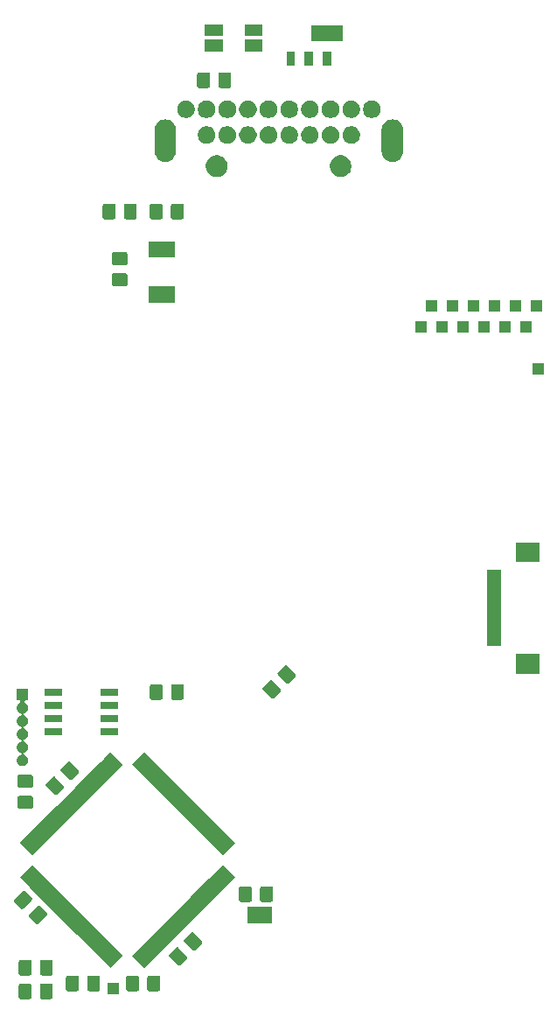
<source format=gts>
G04 #@! TF.GenerationSoftware,KiCad,Pcbnew,(5.0.1)-4*
G04 #@! TF.CreationDate,2019-03-10T19:06:40+01:00*
G04 #@! TF.ProjectId,wiihdmi_wmi,77696968646D695F776D692E6B696361,rev?*
G04 #@! TF.SameCoordinates,Original*
G04 #@! TF.FileFunction,Soldermask,Top*
G04 #@! TF.FilePolarity,Negative*
%FSLAX46Y46*%
G04 Gerber Fmt 4.6, Leading zero omitted, Abs format (unit mm)*
G04 Created by KiCad (PCBNEW (5.0.1)-4) date 10.03.2019 19:06:40*
%MOMM*%
%LPD*%
G01*
G04 APERTURE LIST*
%ADD10C,0.100000*%
G04 APERTURE END LIST*
D10*
G36*
X58384677Y-166131465D02*
X58422364Y-166142898D01*
X58457103Y-166161466D01*
X58487548Y-166186452D01*
X58512534Y-166216897D01*
X58531102Y-166251636D01*
X58542535Y-166289323D01*
X58547000Y-166334661D01*
X58547000Y-167421339D01*
X58542535Y-167466677D01*
X58531102Y-167504364D01*
X58512534Y-167539103D01*
X58487548Y-167569548D01*
X58457103Y-167594534D01*
X58422364Y-167613102D01*
X58384677Y-167624535D01*
X58339339Y-167629000D01*
X57502661Y-167629000D01*
X57457323Y-167624535D01*
X57419636Y-167613102D01*
X57384897Y-167594534D01*
X57354452Y-167569548D01*
X57329466Y-167539103D01*
X57310898Y-167504364D01*
X57299465Y-167466677D01*
X57295000Y-167421339D01*
X57295000Y-166334661D01*
X57299465Y-166289323D01*
X57310898Y-166251636D01*
X57329466Y-166216897D01*
X57354452Y-166186452D01*
X57384897Y-166161466D01*
X57419636Y-166142898D01*
X57457323Y-166131465D01*
X57502661Y-166127000D01*
X58339339Y-166127000D01*
X58384677Y-166131465D01*
X58384677Y-166131465D01*
G37*
G36*
X56334677Y-166131465D02*
X56372364Y-166142898D01*
X56407103Y-166161466D01*
X56437548Y-166186452D01*
X56462534Y-166216897D01*
X56481102Y-166251636D01*
X56492535Y-166289323D01*
X56497000Y-166334661D01*
X56497000Y-167421339D01*
X56492535Y-167466677D01*
X56481102Y-167504364D01*
X56462534Y-167539103D01*
X56437548Y-167569548D01*
X56407103Y-167594534D01*
X56372364Y-167613102D01*
X56334677Y-167624535D01*
X56289339Y-167629000D01*
X55452661Y-167629000D01*
X55407323Y-167624535D01*
X55369636Y-167613102D01*
X55334897Y-167594534D01*
X55304452Y-167569548D01*
X55279466Y-167539103D01*
X55260898Y-167504364D01*
X55249465Y-167466677D01*
X55245000Y-167421339D01*
X55245000Y-166334661D01*
X55249465Y-166289323D01*
X55260898Y-166251636D01*
X55279466Y-166216897D01*
X55304452Y-166186452D01*
X55334897Y-166161466D01*
X55369636Y-166142898D01*
X55407323Y-166131465D01*
X55452661Y-166127000D01*
X56289339Y-166127000D01*
X56334677Y-166131465D01*
X56334677Y-166131465D01*
G37*
G36*
X64940000Y-167175000D02*
X63838000Y-167175000D01*
X63838000Y-166073000D01*
X64940000Y-166073000D01*
X64940000Y-167175000D01*
X64940000Y-167175000D01*
G37*
G36*
X68789677Y-165369465D02*
X68827364Y-165380898D01*
X68862103Y-165399466D01*
X68892548Y-165424452D01*
X68917534Y-165454897D01*
X68936102Y-165489636D01*
X68947535Y-165527323D01*
X68952000Y-165572661D01*
X68952000Y-166659339D01*
X68947535Y-166704677D01*
X68936102Y-166742364D01*
X68917534Y-166777103D01*
X68892548Y-166807548D01*
X68862103Y-166832534D01*
X68827364Y-166851102D01*
X68789677Y-166862535D01*
X68744339Y-166867000D01*
X67907661Y-166867000D01*
X67862323Y-166862535D01*
X67824636Y-166851102D01*
X67789897Y-166832534D01*
X67759452Y-166807548D01*
X67734466Y-166777103D01*
X67715898Y-166742364D01*
X67704465Y-166704677D01*
X67700000Y-166659339D01*
X67700000Y-165572661D01*
X67704465Y-165527323D01*
X67715898Y-165489636D01*
X67734466Y-165454897D01*
X67759452Y-165424452D01*
X67789897Y-165399466D01*
X67824636Y-165380898D01*
X67862323Y-165369465D01*
X67907661Y-165365000D01*
X68744339Y-165365000D01*
X68789677Y-165369465D01*
X68789677Y-165369465D01*
G37*
G36*
X66739677Y-165369465D02*
X66777364Y-165380898D01*
X66812103Y-165399466D01*
X66842548Y-165424452D01*
X66867534Y-165454897D01*
X66886102Y-165489636D01*
X66897535Y-165527323D01*
X66902000Y-165572661D01*
X66902000Y-166659339D01*
X66897535Y-166704677D01*
X66886102Y-166742364D01*
X66867534Y-166777103D01*
X66842548Y-166807548D01*
X66812103Y-166832534D01*
X66777364Y-166851102D01*
X66739677Y-166862535D01*
X66694339Y-166867000D01*
X65857661Y-166867000D01*
X65812323Y-166862535D01*
X65774636Y-166851102D01*
X65739897Y-166832534D01*
X65709452Y-166807548D01*
X65684466Y-166777103D01*
X65665898Y-166742364D01*
X65654465Y-166704677D01*
X65650000Y-166659339D01*
X65650000Y-165572661D01*
X65654465Y-165527323D01*
X65665898Y-165489636D01*
X65684466Y-165454897D01*
X65709452Y-165424452D01*
X65739897Y-165399466D01*
X65774636Y-165380898D01*
X65812323Y-165369465D01*
X65857661Y-165365000D01*
X66694339Y-165365000D01*
X66739677Y-165369465D01*
X66739677Y-165369465D01*
G37*
G36*
X62965677Y-165369465D02*
X63003364Y-165380898D01*
X63038103Y-165399466D01*
X63068548Y-165424452D01*
X63093534Y-165454897D01*
X63112102Y-165489636D01*
X63123535Y-165527323D01*
X63128000Y-165572661D01*
X63128000Y-166659339D01*
X63123535Y-166704677D01*
X63112102Y-166742364D01*
X63093534Y-166777103D01*
X63068548Y-166807548D01*
X63038103Y-166832534D01*
X63003364Y-166851102D01*
X62965677Y-166862535D01*
X62920339Y-166867000D01*
X62083661Y-166867000D01*
X62038323Y-166862535D01*
X62000636Y-166851102D01*
X61965897Y-166832534D01*
X61935452Y-166807548D01*
X61910466Y-166777103D01*
X61891898Y-166742364D01*
X61880465Y-166704677D01*
X61876000Y-166659339D01*
X61876000Y-165572661D01*
X61880465Y-165527323D01*
X61891898Y-165489636D01*
X61910466Y-165454897D01*
X61935452Y-165424452D01*
X61965897Y-165399466D01*
X62000636Y-165380898D01*
X62038323Y-165369465D01*
X62083661Y-165365000D01*
X62920339Y-165365000D01*
X62965677Y-165369465D01*
X62965677Y-165369465D01*
G37*
G36*
X60915677Y-165369465D02*
X60953364Y-165380898D01*
X60988103Y-165399466D01*
X61018548Y-165424452D01*
X61043534Y-165454897D01*
X61062102Y-165489636D01*
X61073535Y-165527323D01*
X61078000Y-165572661D01*
X61078000Y-166659339D01*
X61073535Y-166704677D01*
X61062102Y-166742364D01*
X61043534Y-166777103D01*
X61018548Y-166807548D01*
X60988103Y-166832534D01*
X60953364Y-166851102D01*
X60915677Y-166862535D01*
X60870339Y-166867000D01*
X60033661Y-166867000D01*
X59988323Y-166862535D01*
X59950636Y-166851102D01*
X59915897Y-166832534D01*
X59885452Y-166807548D01*
X59860466Y-166777103D01*
X59841898Y-166742364D01*
X59830465Y-166704677D01*
X59826000Y-166659339D01*
X59826000Y-165572661D01*
X59830465Y-165527323D01*
X59841898Y-165489636D01*
X59860466Y-165454897D01*
X59885452Y-165424452D01*
X59915897Y-165399466D01*
X59950636Y-165380898D01*
X59988323Y-165369465D01*
X60033661Y-165365000D01*
X60870339Y-165365000D01*
X60915677Y-165369465D01*
X60915677Y-165369465D01*
G37*
G36*
X58393677Y-163845465D02*
X58431364Y-163856898D01*
X58466103Y-163875466D01*
X58496548Y-163900452D01*
X58521534Y-163930897D01*
X58540102Y-163965636D01*
X58551535Y-164003323D01*
X58556000Y-164048661D01*
X58556000Y-165135339D01*
X58551535Y-165180677D01*
X58540102Y-165218364D01*
X58521534Y-165253103D01*
X58496548Y-165283548D01*
X58466103Y-165308534D01*
X58431364Y-165327102D01*
X58393677Y-165338535D01*
X58348339Y-165343000D01*
X57511661Y-165343000D01*
X57466323Y-165338535D01*
X57428636Y-165327102D01*
X57393897Y-165308534D01*
X57363452Y-165283548D01*
X57338466Y-165253103D01*
X57319898Y-165218364D01*
X57308465Y-165180677D01*
X57304000Y-165135339D01*
X57304000Y-164048661D01*
X57308465Y-164003323D01*
X57319898Y-163965636D01*
X57338466Y-163930897D01*
X57363452Y-163900452D01*
X57393897Y-163875466D01*
X57428636Y-163856898D01*
X57466323Y-163845465D01*
X57511661Y-163841000D01*
X58348339Y-163841000D01*
X58393677Y-163845465D01*
X58393677Y-163845465D01*
G37*
G36*
X56343677Y-163845465D02*
X56381364Y-163856898D01*
X56416103Y-163875466D01*
X56446548Y-163900452D01*
X56471534Y-163930897D01*
X56490102Y-163965636D01*
X56501535Y-164003323D01*
X56506000Y-164048661D01*
X56506000Y-165135339D01*
X56501535Y-165180677D01*
X56490102Y-165218364D01*
X56471534Y-165253103D01*
X56446548Y-165283548D01*
X56416103Y-165308534D01*
X56381364Y-165327102D01*
X56343677Y-165338535D01*
X56298339Y-165343000D01*
X55461661Y-165343000D01*
X55416323Y-165338535D01*
X55378636Y-165327102D01*
X55343897Y-165308534D01*
X55313452Y-165283548D01*
X55288466Y-165253103D01*
X55269898Y-165218364D01*
X55258465Y-165180677D01*
X55254000Y-165135339D01*
X55254000Y-164048661D01*
X55258465Y-164003323D01*
X55269898Y-163965636D01*
X55288466Y-163930897D01*
X55313452Y-163900452D01*
X55343897Y-163875466D01*
X55378636Y-163856898D01*
X55416323Y-163845465D01*
X55461661Y-163841000D01*
X56298339Y-163841000D01*
X56343677Y-163845465D01*
X56343677Y-163845465D01*
G37*
G36*
X57638874Y-155716694D02*
X57638879Y-155716700D01*
X59653002Y-157730823D01*
X59653008Y-157730828D01*
X62233173Y-160310993D01*
X62233178Y-160310999D01*
X64247301Y-162325122D01*
X64247307Y-162325127D01*
X65327393Y-163405213D01*
X64125551Y-164607055D01*
X63152473Y-163633977D01*
X63152467Y-163633972D01*
X60924328Y-161405833D01*
X60924323Y-161405827D01*
X58558174Y-159039678D01*
X58558168Y-159039673D01*
X56330029Y-156811534D01*
X56330024Y-156811528D01*
X55356945Y-155838449D01*
X56558787Y-154636607D01*
X57638874Y-155716694D01*
X57638874Y-155716694D01*
G37*
G36*
X76215055Y-155838449D02*
X73013826Y-159039678D01*
X72678629Y-159374874D01*
X70894485Y-161159018D01*
X70647677Y-161405827D01*
X68419527Y-163633977D01*
X68084330Y-163969173D01*
X67800271Y-164253232D01*
X67446449Y-164607055D01*
X66244607Y-163405213D01*
X67324689Y-162325131D01*
X67324700Y-162325122D01*
X67678522Y-161971299D01*
X69092014Y-160557807D01*
X69338823Y-160310999D01*
X69338832Y-160310988D01*
X71918988Y-157730832D01*
X71918999Y-157730823D01*
X72272821Y-157377000D01*
X73686313Y-155963508D01*
X73933122Y-155716700D01*
X73933131Y-155716689D01*
X75013213Y-154636607D01*
X76215055Y-155838449D01*
X76215055Y-155838449D01*
G37*
G36*
X70637242Y-162615820D02*
X70674929Y-162627253D01*
X70709668Y-162645821D01*
X70744884Y-162674722D01*
X71513278Y-163443116D01*
X71542179Y-163478332D01*
X71560747Y-163513071D01*
X71572180Y-163550758D01*
X71576040Y-163589956D01*
X71572180Y-163629154D01*
X71560747Y-163666841D01*
X71542179Y-163701580D01*
X71513278Y-163736796D01*
X70921660Y-164328414D01*
X70886444Y-164357315D01*
X70851705Y-164375883D01*
X70814018Y-164387316D01*
X70774820Y-164391176D01*
X70735622Y-164387316D01*
X70697935Y-164375883D01*
X70663196Y-164357315D01*
X70627980Y-164328414D01*
X69859586Y-163560020D01*
X69830685Y-163524804D01*
X69812117Y-163490065D01*
X69800684Y-163452378D01*
X69796824Y-163413180D01*
X69800684Y-163373982D01*
X69812117Y-163336295D01*
X69830685Y-163301556D01*
X69859586Y-163266340D01*
X70451204Y-162674722D01*
X70486420Y-162645821D01*
X70521159Y-162627253D01*
X70558846Y-162615820D01*
X70598044Y-162611960D01*
X70637242Y-162615820D01*
X70637242Y-162615820D01*
G37*
G36*
X72086810Y-161166252D02*
X72124497Y-161177685D01*
X72159236Y-161196253D01*
X72194452Y-161225154D01*
X72962846Y-161993548D01*
X72991747Y-162028764D01*
X73010315Y-162063503D01*
X73021748Y-162101190D01*
X73025608Y-162140388D01*
X73021748Y-162179586D01*
X73010315Y-162217273D01*
X72991747Y-162252012D01*
X72962846Y-162287228D01*
X72371228Y-162878846D01*
X72336012Y-162907747D01*
X72301273Y-162926315D01*
X72263586Y-162937748D01*
X72224388Y-162941608D01*
X72185190Y-162937748D01*
X72147503Y-162926315D01*
X72112764Y-162907747D01*
X72077548Y-162878846D01*
X71309154Y-162110452D01*
X71280253Y-162075236D01*
X71261685Y-162040497D01*
X71250252Y-162002810D01*
X71246392Y-161963612D01*
X71250252Y-161924414D01*
X71261685Y-161886727D01*
X71280253Y-161851988D01*
X71309154Y-161816772D01*
X71900772Y-161225154D01*
X71935988Y-161196253D01*
X71970727Y-161177685D01*
X72008414Y-161166252D01*
X72047612Y-161162392D01*
X72086810Y-161166252D01*
X72086810Y-161166252D01*
G37*
G36*
X57240370Y-158589036D02*
X57278057Y-158600469D01*
X57312796Y-158619037D01*
X57348012Y-158647938D01*
X57939630Y-159239556D01*
X57968531Y-159274772D01*
X57987099Y-159309511D01*
X57998532Y-159347198D01*
X58002392Y-159386396D01*
X57998532Y-159425594D01*
X57987099Y-159463281D01*
X57968531Y-159498020D01*
X57939630Y-159533236D01*
X57171236Y-160301630D01*
X57136020Y-160330531D01*
X57101281Y-160349099D01*
X57063594Y-160360532D01*
X57024396Y-160364392D01*
X56985198Y-160360532D01*
X56947511Y-160349099D01*
X56912772Y-160330531D01*
X56877556Y-160301630D01*
X56285938Y-159710012D01*
X56257037Y-159674796D01*
X56238469Y-159640057D01*
X56227036Y-159602370D01*
X56223176Y-159563172D01*
X56227036Y-159523974D01*
X56238469Y-159486287D01*
X56257037Y-159451548D01*
X56285938Y-159416332D01*
X57054332Y-158647938D01*
X57089548Y-158619037D01*
X57124287Y-158600469D01*
X57161974Y-158589036D01*
X57201172Y-158585176D01*
X57240370Y-158589036D01*
X57240370Y-158589036D01*
G37*
G36*
X79799000Y-160313000D02*
X77397000Y-160313000D01*
X77397000Y-158711000D01*
X79799000Y-158711000D01*
X79799000Y-160313000D01*
X79799000Y-160313000D01*
G37*
G36*
X55790802Y-157139468D02*
X55828489Y-157150901D01*
X55863228Y-157169469D01*
X55898444Y-157198370D01*
X56490062Y-157789988D01*
X56518963Y-157825204D01*
X56537531Y-157859943D01*
X56548964Y-157897630D01*
X56552824Y-157936828D01*
X56548964Y-157976026D01*
X56537531Y-158013713D01*
X56518963Y-158048452D01*
X56490062Y-158083668D01*
X55721668Y-158852062D01*
X55686452Y-158880963D01*
X55651713Y-158899531D01*
X55614026Y-158910964D01*
X55574828Y-158914824D01*
X55535630Y-158910964D01*
X55497943Y-158899531D01*
X55463204Y-158880963D01*
X55427988Y-158852062D01*
X54836370Y-158260444D01*
X54807469Y-158225228D01*
X54788901Y-158190489D01*
X54777468Y-158152802D01*
X54773608Y-158113604D01*
X54777468Y-158074406D01*
X54788901Y-158036719D01*
X54807469Y-158001980D01*
X54836370Y-157966764D01*
X55604764Y-157198370D01*
X55639980Y-157169469D01*
X55674719Y-157150901D01*
X55712406Y-157139468D01*
X55751604Y-157135608D01*
X55790802Y-157139468D01*
X55790802Y-157139468D01*
G37*
G36*
X79711677Y-156733465D02*
X79749364Y-156744898D01*
X79784103Y-156763466D01*
X79814548Y-156788452D01*
X79839534Y-156818897D01*
X79858102Y-156853636D01*
X79869535Y-156891323D01*
X79874000Y-156936661D01*
X79874000Y-158023339D01*
X79869535Y-158068677D01*
X79858102Y-158106364D01*
X79839534Y-158141103D01*
X79814548Y-158171548D01*
X79784103Y-158196534D01*
X79749364Y-158215102D01*
X79711677Y-158226535D01*
X79666339Y-158231000D01*
X78829661Y-158231000D01*
X78784323Y-158226535D01*
X78746636Y-158215102D01*
X78711897Y-158196534D01*
X78681452Y-158171548D01*
X78656466Y-158141103D01*
X78637898Y-158106364D01*
X78626465Y-158068677D01*
X78622000Y-158023339D01*
X78622000Y-156936661D01*
X78626465Y-156891323D01*
X78637898Y-156853636D01*
X78656466Y-156818897D01*
X78681452Y-156788452D01*
X78711897Y-156763466D01*
X78746636Y-156744898D01*
X78784323Y-156733465D01*
X78829661Y-156729000D01*
X79666339Y-156729000D01*
X79711677Y-156733465D01*
X79711677Y-156733465D01*
G37*
G36*
X77661677Y-156733465D02*
X77699364Y-156744898D01*
X77734103Y-156763466D01*
X77764548Y-156788452D01*
X77789534Y-156818897D01*
X77808102Y-156853636D01*
X77819535Y-156891323D01*
X77824000Y-156936661D01*
X77824000Y-158023339D01*
X77819535Y-158068677D01*
X77808102Y-158106364D01*
X77789534Y-158141103D01*
X77764548Y-158171548D01*
X77734103Y-158196534D01*
X77699364Y-158215102D01*
X77661677Y-158226535D01*
X77616339Y-158231000D01*
X76779661Y-158231000D01*
X76734323Y-158226535D01*
X76696636Y-158215102D01*
X76661897Y-158196534D01*
X76631452Y-158171548D01*
X76606466Y-158141103D01*
X76587898Y-158106364D01*
X76576465Y-158068677D01*
X76572000Y-158023339D01*
X76572000Y-156936661D01*
X76576465Y-156891323D01*
X76587898Y-156853636D01*
X76606466Y-156818897D01*
X76631452Y-156788452D01*
X76661897Y-156763466D01*
X76696636Y-156744898D01*
X76734323Y-156733465D01*
X76779661Y-156729000D01*
X77616339Y-156729000D01*
X77661677Y-156733465D01*
X77661677Y-156733465D01*
G37*
G36*
X68419528Y-144722024D02*
X68419534Y-144722029D01*
X70647673Y-146950168D01*
X70647678Y-146950174D01*
X73013827Y-149316323D01*
X73013833Y-149316328D01*
X75241972Y-151544467D01*
X75241977Y-151544473D01*
X76215055Y-152517551D01*
X75013213Y-153719393D01*
X73933127Y-152639307D01*
X73933122Y-152639301D01*
X71918999Y-150625178D01*
X71918993Y-150625173D01*
X69338828Y-148045008D01*
X69338823Y-148045002D01*
X67324700Y-146030879D01*
X67324694Y-146030874D01*
X66244607Y-144950787D01*
X67446449Y-143748945D01*
X68419528Y-144722024D01*
X68419528Y-144722024D01*
G37*
G36*
X65327393Y-144950787D02*
X64247301Y-146030879D01*
X63893478Y-146384701D01*
X62479986Y-147798193D01*
X62233178Y-148045002D01*
X59653002Y-150625178D01*
X59299179Y-150979000D01*
X57885687Y-152392492D01*
X57638879Y-152639301D01*
X56558787Y-153719393D01*
X55356945Y-152517551D01*
X56083215Y-151791281D01*
X56330024Y-151544473D01*
X56330033Y-151544462D01*
X58558163Y-149316332D01*
X58558174Y-149316323D01*
X58911996Y-148962500D01*
X60677514Y-147196982D01*
X60924323Y-146950174D01*
X60924332Y-146950163D01*
X63152462Y-144722033D01*
X63152473Y-144722024D01*
X63506295Y-144368201D01*
X64125551Y-143748945D01*
X65327393Y-144950787D01*
X65327393Y-144950787D01*
G37*
G36*
X56468677Y-147977465D02*
X56506364Y-147988898D01*
X56541103Y-148007466D01*
X56571548Y-148032452D01*
X56596534Y-148062897D01*
X56615102Y-148097636D01*
X56626535Y-148135323D01*
X56631000Y-148180661D01*
X56631000Y-149017339D01*
X56626535Y-149062677D01*
X56615102Y-149100364D01*
X56596534Y-149135103D01*
X56571548Y-149165548D01*
X56541103Y-149190534D01*
X56506364Y-149209102D01*
X56468677Y-149220535D01*
X56423339Y-149225000D01*
X55336661Y-149225000D01*
X55291323Y-149220535D01*
X55253636Y-149209102D01*
X55218897Y-149190534D01*
X55188452Y-149165548D01*
X55163466Y-149135103D01*
X55144898Y-149100364D01*
X55133465Y-149062677D01*
X55129000Y-149017339D01*
X55129000Y-148180661D01*
X55133465Y-148135323D01*
X55144898Y-148097636D01*
X55163466Y-148062897D01*
X55188452Y-148032452D01*
X55218897Y-148007466D01*
X55253636Y-147988898D01*
X55291323Y-147977465D01*
X55336661Y-147973000D01*
X56423339Y-147973000D01*
X56468677Y-147977465D01*
X56468677Y-147977465D01*
G37*
G36*
X58699242Y-146105820D02*
X58736929Y-146117253D01*
X58771668Y-146135821D01*
X58806884Y-146164722D01*
X59575278Y-146933116D01*
X59604179Y-146968332D01*
X59622747Y-147003071D01*
X59634180Y-147040758D01*
X59638040Y-147079956D01*
X59634180Y-147119154D01*
X59622747Y-147156841D01*
X59604179Y-147191580D01*
X59575278Y-147226796D01*
X58983660Y-147818414D01*
X58948444Y-147847315D01*
X58913705Y-147865883D01*
X58876018Y-147877316D01*
X58836820Y-147881176D01*
X58797622Y-147877316D01*
X58759935Y-147865883D01*
X58725196Y-147847315D01*
X58689980Y-147818414D01*
X57921586Y-147050020D01*
X57892685Y-147014804D01*
X57874117Y-146980065D01*
X57862684Y-146942378D01*
X57858824Y-146903180D01*
X57862684Y-146863982D01*
X57874117Y-146826295D01*
X57892685Y-146791556D01*
X57921586Y-146756340D01*
X58513204Y-146164722D01*
X58548420Y-146135821D01*
X58583159Y-146117253D01*
X58620846Y-146105820D01*
X58660044Y-146101960D01*
X58699242Y-146105820D01*
X58699242Y-146105820D01*
G37*
G36*
X56468677Y-145927465D02*
X56506364Y-145938898D01*
X56541103Y-145957466D01*
X56571548Y-145982452D01*
X56596534Y-146012897D01*
X56615102Y-146047636D01*
X56626535Y-146085323D01*
X56631000Y-146130661D01*
X56631000Y-146967339D01*
X56626535Y-147012677D01*
X56615102Y-147050364D01*
X56596534Y-147085103D01*
X56571548Y-147115548D01*
X56541103Y-147140534D01*
X56506364Y-147159102D01*
X56468677Y-147170535D01*
X56423339Y-147175000D01*
X55336661Y-147175000D01*
X55291323Y-147170535D01*
X55253636Y-147159102D01*
X55218897Y-147140534D01*
X55188452Y-147115548D01*
X55163466Y-147085103D01*
X55144898Y-147050364D01*
X55133465Y-147012677D01*
X55129000Y-146967339D01*
X55129000Y-146130661D01*
X55133465Y-146085323D01*
X55144898Y-146047636D01*
X55163466Y-146012897D01*
X55188452Y-145982452D01*
X55218897Y-145957466D01*
X55253636Y-145938898D01*
X55291323Y-145927465D01*
X55336661Y-145923000D01*
X56423339Y-145923000D01*
X56468677Y-145927465D01*
X56468677Y-145927465D01*
G37*
G36*
X60148810Y-144656252D02*
X60186497Y-144667685D01*
X60221236Y-144686253D01*
X60256452Y-144715154D01*
X61024846Y-145483548D01*
X61053747Y-145518764D01*
X61072315Y-145553503D01*
X61083748Y-145591190D01*
X61087608Y-145630388D01*
X61083748Y-145669586D01*
X61072315Y-145707273D01*
X61053747Y-145742012D01*
X61024846Y-145777228D01*
X60433228Y-146368846D01*
X60398012Y-146397747D01*
X60363273Y-146416315D01*
X60325586Y-146427748D01*
X60286388Y-146431608D01*
X60247190Y-146427748D01*
X60209503Y-146416315D01*
X60174764Y-146397747D01*
X60139548Y-146368846D01*
X59371154Y-145600452D01*
X59342253Y-145565236D01*
X59323685Y-145530497D01*
X59312252Y-145492810D01*
X59308392Y-145453612D01*
X59312252Y-145414414D01*
X59323685Y-145376727D01*
X59342253Y-145341988D01*
X59371154Y-145306772D01*
X59962772Y-144715154D01*
X59997988Y-144686253D01*
X60032727Y-144667685D01*
X60070414Y-144656252D01*
X60109612Y-144652392D01*
X60148810Y-144656252D01*
X60148810Y-144656252D01*
G37*
G36*
X56177000Y-138727000D02*
X55948738Y-138727000D01*
X55924352Y-138729402D01*
X55900903Y-138736515D01*
X55879292Y-138748066D01*
X55860350Y-138763612D01*
X55844804Y-138782554D01*
X55833253Y-138804165D01*
X55826140Y-138827614D01*
X55823738Y-138852000D01*
X55826140Y-138876386D01*
X55833253Y-138899835D01*
X55844804Y-138921446D01*
X55860350Y-138940388D01*
X55889808Y-138962236D01*
X55933600Y-138985644D01*
X56017501Y-139054499D01*
X56086356Y-139138400D01*
X56137521Y-139234121D01*
X56169027Y-139337985D01*
X56179666Y-139446000D01*
X56169027Y-139554015D01*
X56137521Y-139657879D01*
X56086356Y-139753600D01*
X56017501Y-139837501D01*
X55933600Y-139906356D01*
X55837879Y-139957521D01*
X55825142Y-139961385D01*
X55802507Y-139970760D01*
X55782133Y-139984374D01*
X55764806Y-140001701D01*
X55751192Y-140022076D01*
X55741814Y-140044715D01*
X55737034Y-140068748D01*
X55737034Y-140093252D01*
X55741815Y-140117286D01*
X55751192Y-140139925D01*
X55764806Y-140160299D01*
X55782133Y-140177626D01*
X55802508Y-140191240D01*
X55825142Y-140200615D01*
X55837879Y-140204479D01*
X55933600Y-140255644D01*
X56017501Y-140324499D01*
X56086356Y-140408400D01*
X56137521Y-140504121D01*
X56169027Y-140607985D01*
X56179666Y-140716000D01*
X56169027Y-140824015D01*
X56137521Y-140927879D01*
X56086356Y-141023600D01*
X56017501Y-141107501D01*
X55933600Y-141176356D01*
X55837879Y-141227521D01*
X55825142Y-141231385D01*
X55802507Y-141240760D01*
X55782133Y-141254374D01*
X55764806Y-141271701D01*
X55751192Y-141292076D01*
X55741814Y-141314715D01*
X55737034Y-141338748D01*
X55737034Y-141363252D01*
X55741815Y-141387286D01*
X55751192Y-141409925D01*
X55764806Y-141430299D01*
X55782133Y-141447626D01*
X55802508Y-141461240D01*
X55825142Y-141470615D01*
X55837879Y-141474479D01*
X55933600Y-141525644D01*
X56017501Y-141594499D01*
X56086356Y-141678400D01*
X56137521Y-141774121D01*
X56169027Y-141877985D01*
X56179666Y-141986000D01*
X56169027Y-142094015D01*
X56137521Y-142197879D01*
X56086356Y-142293600D01*
X56017501Y-142377501D01*
X55933600Y-142446356D01*
X55837879Y-142497521D01*
X55825142Y-142501385D01*
X55802507Y-142510760D01*
X55782133Y-142524374D01*
X55764806Y-142541701D01*
X55751192Y-142562076D01*
X55741814Y-142584715D01*
X55737034Y-142608748D01*
X55737034Y-142633252D01*
X55741815Y-142657286D01*
X55751192Y-142679925D01*
X55764806Y-142700299D01*
X55782133Y-142717626D01*
X55802508Y-142731240D01*
X55825142Y-142740615D01*
X55837879Y-142744479D01*
X55933600Y-142795644D01*
X56017501Y-142864499D01*
X56086356Y-142948400D01*
X56137521Y-143044121D01*
X56169027Y-143147985D01*
X56179666Y-143256000D01*
X56169027Y-143364015D01*
X56137521Y-143467879D01*
X56086356Y-143563600D01*
X56017501Y-143647501D01*
X55933600Y-143716356D01*
X55837879Y-143767521D01*
X55825142Y-143771385D01*
X55802507Y-143780760D01*
X55782133Y-143794374D01*
X55764806Y-143811701D01*
X55751192Y-143832076D01*
X55741814Y-143854715D01*
X55737034Y-143878748D01*
X55737034Y-143903252D01*
X55741815Y-143927286D01*
X55751192Y-143949925D01*
X55764806Y-143970299D01*
X55782133Y-143987626D01*
X55802508Y-144001240D01*
X55825142Y-144010615D01*
X55837879Y-144014479D01*
X55933600Y-144065644D01*
X56017501Y-144134499D01*
X56086356Y-144218400D01*
X56137521Y-144314121D01*
X56169027Y-144417985D01*
X56179666Y-144526000D01*
X56169027Y-144634015D01*
X56137521Y-144737879D01*
X56086356Y-144833600D01*
X56017501Y-144917501D01*
X55933600Y-144986356D01*
X55837879Y-145037521D01*
X55734015Y-145069027D01*
X55653067Y-145077000D01*
X55598933Y-145077000D01*
X55517985Y-145069027D01*
X55414121Y-145037521D01*
X55318400Y-144986356D01*
X55234499Y-144917501D01*
X55165644Y-144833600D01*
X55114479Y-144737879D01*
X55082973Y-144634015D01*
X55072334Y-144526000D01*
X55082973Y-144417985D01*
X55114479Y-144314121D01*
X55165644Y-144218400D01*
X55234499Y-144134499D01*
X55318400Y-144065644D01*
X55414121Y-144014479D01*
X55426858Y-144010615D01*
X55449493Y-144001240D01*
X55469867Y-143987626D01*
X55487194Y-143970299D01*
X55500808Y-143949924D01*
X55510186Y-143927285D01*
X55514966Y-143903252D01*
X55514966Y-143878748D01*
X55510185Y-143854714D01*
X55500808Y-143832075D01*
X55487194Y-143811701D01*
X55469867Y-143794374D01*
X55449492Y-143780760D01*
X55426858Y-143771385D01*
X55414121Y-143767521D01*
X55318400Y-143716356D01*
X55234499Y-143647501D01*
X55165644Y-143563600D01*
X55114479Y-143467879D01*
X55082973Y-143364015D01*
X55072334Y-143256000D01*
X55082973Y-143147985D01*
X55114479Y-143044121D01*
X55165644Y-142948400D01*
X55234499Y-142864499D01*
X55318400Y-142795644D01*
X55414121Y-142744479D01*
X55426858Y-142740615D01*
X55449493Y-142731240D01*
X55469867Y-142717626D01*
X55487194Y-142700299D01*
X55500808Y-142679924D01*
X55510186Y-142657285D01*
X55514966Y-142633252D01*
X55514966Y-142608748D01*
X55510185Y-142584714D01*
X55500808Y-142562075D01*
X55487194Y-142541701D01*
X55469867Y-142524374D01*
X55449492Y-142510760D01*
X55426858Y-142501385D01*
X55414121Y-142497521D01*
X55318400Y-142446356D01*
X55234499Y-142377501D01*
X55165644Y-142293600D01*
X55114479Y-142197879D01*
X55082973Y-142094015D01*
X55072334Y-141986000D01*
X55082973Y-141877985D01*
X55114479Y-141774121D01*
X55165644Y-141678400D01*
X55234499Y-141594499D01*
X55318400Y-141525644D01*
X55414121Y-141474479D01*
X55426858Y-141470615D01*
X55449493Y-141461240D01*
X55469867Y-141447626D01*
X55487194Y-141430299D01*
X55500808Y-141409924D01*
X55510186Y-141387285D01*
X55514966Y-141363252D01*
X55514966Y-141338748D01*
X55510185Y-141314714D01*
X55500808Y-141292075D01*
X55487194Y-141271701D01*
X55469867Y-141254374D01*
X55449492Y-141240760D01*
X55426858Y-141231385D01*
X55414121Y-141227521D01*
X55318400Y-141176356D01*
X55234499Y-141107501D01*
X55165644Y-141023600D01*
X55114479Y-140927879D01*
X55082973Y-140824015D01*
X55072334Y-140716000D01*
X55082973Y-140607985D01*
X55114479Y-140504121D01*
X55165644Y-140408400D01*
X55234499Y-140324499D01*
X55318400Y-140255644D01*
X55414121Y-140204479D01*
X55426858Y-140200615D01*
X55449493Y-140191240D01*
X55469867Y-140177626D01*
X55487194Y-140160299D01*
X55500808Y-140139924D01*
X55510186Y-140117285D01*
X55514966Y-140093252D01*
X55514966Y-140068748D01*
X55510185Y-140044714D01*
X55500808Y-140022075D01*
X55487194Y-140001701D01*
X55469867Y-139984374D01*
X55449492Y-139970760D01*
X55426858Y-139961385D01*
X55414121Y-139957521D01*
X55318400Y-139906356D01*
X55234499Y-139837501D01*
X55165644Y-139753600D01*
X55114479Y-139657879D01*
X55082973Y-139554015D01*
X55072334Y-139446000D01*
X55082973Y-139337985D01*
X55114479Y-139234121D01*
X55165644Y-139138400D01*
X55234499Y-139054499D01*
X55318400Y-138985644D01*
X55362195Y-138962234D01*
X55382561Y-138948626D01*
X55399889Y-138931299D01*
X55413502Y-138910924D01*
X55422880Y-138888285D01*
X55427660Y-138864252D01*
X55427660Y-138839748D01*
X55422879Y-138815714D01*
X55413502Y-138793075D01*
X55399888Y-138772701D01*
X55382561Y-138755373D01*
X55362186Y-138741760D01*
X55339547Y-138732382D01*
X55303262Y-138727000D01*
X55075000Y-138727000D01*
X55075000Y-137625000D01*
X56177000Y-137625000D01*
X56177000Y-138727000D01*
X56177000Y-138727000D01*
G37*
G36*
X59434000Y-142083000D02*
X57782000Y-142083000D01*
X57782000Y-141381000D01*
X59434000Y-141381000D01*
X59434000Y-142083000D01*
X59434000Y-142083000D01*
G37*
G36*
X64834000Y-142083000D02*
X63182000Y-142083000D01*
X63182000Y-141381000D01*
X64834000Y-141381000D01*
X64834000Y-142083000D01*
X64834000Y-142083000D01*
G37*
G36*
X64834000Y-140813000D02*
X63182000Y-140813000D01*
X63182000Y-140111000D01*
X64834000Y-140111000D01*
X64834000Y-140813000D01*
X64834000Y-140813000D01*
G37*
G36*
X59434000Y-140813000D02*
X57782000Y-140813000D01*
X57782000Y-140111000D01*
X59434000Y-140111000D01*
X59434000Y-140813000D01*
X59434000Y-140813000D01*
G37*
G36*
X59434000Y-139543000D02*
X57782000Y-139543000D01*
X57782000Y-138841000D01*
X59434000Y-138841000D01*
X59434000Y-139543000D01*
X59434000Y-139543000D01*
G37*
G36*
X64834000Y-139543000D02*
X63182000Y-139543000D01*
X63182000Y-138841000D01*
X64834000Y-138841000D01*
X64834000Y-139543000D01*
X64834000Y-139543000D01*
G37*
G36*
X71084677Y-137175465D02*
X71122364Y-137186898D01*
X71157103Y-137205466D01*
X71187548Y-137230452D01*
X71212534Y-137260897D01*
X71231102Y-137295636D01*
X71242535Y-137333323D01*
X71247000Y-137378661D01*
X71247000Y-138465339D01*
X71242535Y-138510677D01*
X71231102Y-138548364D01*
X71212534Y-138583103D01*
X71187548Y-138613548D01*
X71157103Y-138638534D01*
X71122364Y-138657102D01*
X71084677Y-138668535D01*
X71039339Y-138673000D01*
X70202661Y-138673000D01*
X70157323Y-138668535D01*
X70119636Y-138657102D01*
X70084897Y-138638534D01*
X70054452Y-138613548D01*
X70029466Y-138583103D01*
X70010898Y-138548364D01*
X69999465Y-138510677D01*
X69995000Y-138465339D01*
X69995000Y-137378661D01*
X69999465Y-137333323D01*
X70010898Y-137295636D01*
X70029466Y-137260897D01*
X70054452Y-137230452D01*
X70084897Y-137205466D01*
X70119636Y-137186898D01*
X70157323Y-137175465D01*
X70202661Y-137171000D01*
X71039339Y-137171000D01*
X71084677Y-137175465D01*
X71084677Y-137175465D01*
G37*
G36*
X69034677Y-137175465D02*
X69072364Y-137186898D01*
X69107103Y-137205466D01*
X69137548Y-137230452D01*
X69162534Y-137260897D01*
X69181102Y-137295636D01*
X69192535Y-137333323D01*
X69197000Y-137378661D01*
X69197000Y-138465339D01*
X69192535Y-138510677D01*
X69181102Y-138548364D01*
X69162534Y-138583103D01*
X69137548Y-138613548D01*
X69107103Y-138638534D01*
X69072364Y-138657102D01*
X69034677Y-138668535D01*
X68989339Y-138673000D01*
X68152661Y-138673000D01*
X68107323Y-138668535D01*
X68069636Y-138657102D01*
X68034897Y-138638534D01*
X68004452Y-138613548D01*
X67979466Y-138583103D01*
X67960898Y-138548364D01*
X67949465Y-138510677D01*
X67945000Y-138465339D01*
X67945000Y-137378661D01*
X67949465Y-137333323D01*
X67960898Y-137295636D01*
X67979466Y-137260897D01*
X68004452Y-137230452D01*
X68034897Y-137205466D01*
X68069636Y-137186898D01*
X68107323Y-137175465D01*
X68152661Y-137171000D01*
X68989339Y-137171000D01*
X69034677Y-137175465D01*
X69034677Y-137175465D01*
G37*
G36*
X79706810Y-136782252D02*
X79744497Y-136793685D01*
X79779236Y-136812253D01*
X79814452Y-136841154D01*
X80582846Y-137609548D01*
X80611747Y-137644764D01*
X80630315Y-137679503D01*
X80641748Y-137717190D01*
X80645608Y-137756388D01*
X80641748Y-137795586D01*
X80630315Y-137833273D01*
X80611747Y-137868012D01*
X80582846Y-137903228D01*
X79991228Y-138494846D01*
X79956012Y-138523747D01*
X79921273Y-138542315D01*
X79883586Y-138553748D01*
X79844388Y-138557608D01*
X79805190Y-138553748D01*
X79767503Y-138542315D01*
X79732764Y-138523747D01*
X79697548Y-138494846D01*
X78929154Y-137726452D01*
X78900253Y-137691236D01*
X78881685Y-137656497D01*
X78870252Y-137618810D01*
X78866392Y-137579612D01*
X78870252Y-137540414D01*
X78881685Y-137502727D01*
X78900253Y-137467988D01*
X78929154Y-137432772D01*
X79520772Y-136841154D01*
X79555988Y-136812253D01*
X79590727Y-136793685D01*
X79628414Y-136782252D01*
X79667612Y-136778392D01*
X79706810Y-136782252D01*
X79706810Y-136782252D01*
G37*
G36*
X64834000Y-138273000D02*
X63182000Y-138273000D01*
X63182000Y-137571000D01*
X64834000Y-137571000D01*
X64834000Y-138273000D01*
X64834000Y-138273000D01*
G37*
G36*
X59434000Y-138273000D02*
X57782000Y-138273000D01*
X57782000Y-137571000D01*
X59434000Y-137571000D01*
X59434000Y-138273000D01*
X59434000Y-138273000D01*
G37*
G36*
X81156378Y-135332684D02*
X81194065Y-135344117D01*
X81228804Y-135362685D01*
X81264020Y-135391586D01*
X82032414Y-136159980D01*
X82061315Y-136195196D01*
X82079883Y-136229935D01*
X82091316Y-136267622D01*
X82095176Y-136306820D01*
X82091316Y-136346018D01*
X82079883Y-136383705D01*
X82061315Y-136418444D01*
X82032414Y-136453660D01*
X81440796Y-137045278D01*
X81405580Y-137074179D01*
X81370841Y-137092747D01*
X81333154Y-137104180D01*
X81293956Y-137108040D01*
X81254758Y-137104180D01*
X81217071Y-137092747D01*
X81182332Y-137074179D01*
X81147116Y-137045278D01*
X80378722Y-136276884D01*
X80349821Y-136241668D01*
X80331253Y-136206929D01*
X80319820Y-136169242D01*
X80315960Y-136130044D01*
X80319820Y-136090846D01*
X80331253Y-136053159D01*
X80349821Y-136018420D01*
X80378722Y-135983204D01*
X80970340Y-135391586D01*
X81005556Y-135362685D01*
X81040295Y-135344117D01*
X81077982Y-135332684D01*
X81117180Y-135328824D01*
X81156378Y-135332684D01*
X81156378Y-135332684D01*
G37*
G36*
X105675000Y-136145000D02*
X103373000Y-136145000D01*
X103373000Y-134243000D01*
X105675000Y-134243000D01*
X105675000Y-136145000D01*
X105675000Y-136145000D01*
G37*
G36*
X101975000Y-133495000D02*
X100573000Y-133495000D01*
X100573000Y-126093000D01*
X101975000Y-126093000D01*
X101975000Y-133495000D01*
X101975000Y-133495000D01*
G37*
G36*
X105675000Y-125345000D02*
X103373000Y-125345000D01*
X103373000Y-123443000D01*
X105675000Y-123443000D01*
X105675000Y-125345000D01*
X105675000Y-125345000D01*
G37*
G36*
X106088000Y-107231000D02*
X104986000Y-107231000D01*
X104986000Y-106129000D01*
X106088000Y-106129000D01*
X106088000Y-107231000D01*
X106088000Y-107231000D01*
G37*
G36*
X102913000Y-103167000D02*
X101811000Y-103167000D01*
X101811000Y-102065000D01*
X102913000Y-102065000D01*
X102913000Y-103167000D01*
X102913000Y-103167000D01*
G37*
G36*
X100881000Y-103167000D02*
X99779000Y-103167000D01*
X99779000Y-102065000D01*
X100881000Y-102065000D01*
X100881000Y-103167000D01*
X100881000Y-103167000D01*
G37*
G36*
X98849000Y-103167000D02*
X97747000Y-103167000D01*
X97747000Y-102065000D01*
X98849000Y-102065000D01*
X98849000Y-103167000D01*
X98849000Y-103167000D01*
G37*
G36*
X94785000Y-103167000D02*
X93683000Y-103167000D01*
X93683000Y-102065000D01*
X94785000Y-102065000D01*
X94785000Y-103167000D01*
X94785000Y-103167000D01*
G37*
G36*
X96817000Y-103167000D02*
X95715000Y-103167000D01*
X95715000Y-102065000D01*
X96817000Y-102065000D01*
X96817000Y-103167000D01*
X96817000Y-103167000D01*
G37*
G36*
X104945000Y-103167000D02*
X103843000Y-103167000D01*
X103843000Y-102065000D01*
X104945000Y-102065000D01*
X104945000Y-103167000D01*
X104945000Y-103167000D01*
G37*
G36*
X101897000Y-101135000D02*
X100795000Y-101135000D01*
X100795000Y-100033000D01*
X101897000Y-100033000D01*
X101897000Y-101135000D01*
X101897000Y-101135000D01*
G37*
G36*
X95801000Y-101135000D02*
X94699000Y-101135000D01*
X94699000Y-100033000D01*
X95801000Y-100033000D01*
X95801000Y-101135000D01*
X95801000Y-101135000D01*
G37*
G36*
X105961000Y-101135000D02*
X104859000Y-101135000D01*
X104859000Y-100033000D01*
X105961000Y-100033000D01*
X105961000Y-101135000D01*
X105961000Y-101135000D01*
G37*
G36*
X103929000Y-101135000D02*
X102827000Y-101135000D01*
X102827000Y-100033000D01*
X103929000Y-100033000D01*
X103929000Y-101135000D01*
X103929000Y-101135000D01*
G37*
G36*
X99865000Y-101135000D02*
X98763000Y-101135000D01*
X98763000Y-100033000D01*
X99865000Y-100033000D01*
X99865000Y-101135000D01*
X99865000Y-101135000D01*
G37*
G36*
X97833000Y-101135000D02*
X96731000Y-101135000D01*
X96731000Y-100033000D01*
X97833000Y-100033000D01*
X97833000Y-101135000D01*
X97833000Y-101135000D01*
G37*
G36*
X70339000Y-100258000D02*
X67837000Y-100258000D01*
X67837000Y-98706000D01*
X70339000Y-98706000D01*
X70339000Y-100258000D01*
X70339000Y-100258000D01*
G37*
G36*
X65612677Y-97422465D02*
X65650364Y-97433898D01*
X65685103Y-97452466D01*
X65715548Y-97477452D01*
X65740534Y-97507897D01*
X65759102Y-97542636D01*
X65770535Y-97580323D01*
X65775000Y-97625661D01*
X65775000Y-98462339D01*
X65770535Y-98507677D01*
X65759102Y-98545364D01*
X65740534Y-98580103D01*
X65715548Y-98610548D01*
X65685103Y-98635534D01*
X65650364Y-98654102D01*
X65612677Y-98665535D01*
X65567339Y-98670000D01*
X64480661Y-98670000D01*
X64435323Y-98665535D01*
X64397636Y-98654102D01*
X64362897Y-98635534D01*
X64332452Y-98610548D01*
X64307466Y-98580103D01*
X64288898Y-98545364D01*
X64277465Y-98507677D01*
X64273000Y-98462339D01*
X64273000Y-97625661D01*
X64277465Y-97580323D01*
X64288898Y-97542636D01*
X64307466Y-97507897D01*
X64332452Y-97477452D01*
X64362897Y-97452466D01*
X64397636Y-97433898D01*
X64435323Y-97422465D01*
X64480661Y-97418000D01*
X65567339Y-97418000D01*
X65612677Y-97422465D01*
X65612677Y-97422465D01*
G37*
G36*
X65612677Y-95372465D02*
X65650364Y-95383898D01*
X65685103Y-95402466D01*
X65715548Y-95427452D01*
X65740534Y-95457897D01*
X65759102Y-95492636D01*
X65770535Y-95530323D01*
X65775000Y-95575661D01*
X65775000Y-96412339D01*
X65770535Y-96457677D01*
X65759102Y-96495364D01*
X65740534Y-96530103D01*
X65715548Y-96560548D01*
X65685103Y-96585534D01*
X65650364Y-96604102D01*
X65612677Y-96615535D01*
X65567339Y-96620000D01*
X64480661Y-96620000D01*
X64435323Y-96615535D01*
X64397636Y-96604102D01*
X64362897Y-96585534D01*
X64332452Y-96560548D01*
X64307466Y-96530103D01*
X64288898Y-96495364D01*
X64277465Y-96457677D01*
X64273000Y-96412339D01*
X64273000Y-95575661D01*
X64277465Y-95530323D01*
X64288898Y-95492636D01*
X64307466Y-95457897D01*
X64332452Y-95427452D01*
X64362897Y-95402466D01*
X64397636Y-95383898D01*
X64435323Y-95372465D01*
X64480661Y-95368000D01*
X65567339Y-95368000D01*
X65612677Y-95372465D01*
X65612677Y-95372465D01*
G37*
G36*
X70339000Y-95858000D02*
X67837000Y-95858000D01*
X67837000Y-94306000D01*
X70339000Y-94306000D01*
X70339000Y-95858000D01*
X70339000Y-95858000D01*
G37*
G36*
X71075677Y-90693465D02*
X71113364Y-90704898D01*
X71148103Y-90723466D01*
X71178548Y-90748452D01*
X71203534Y-90778897D01*
X71222102Y-90813636D01*
X71233535Y-90851323D01*
X71238000Y-90896661D01*
X71238000Y-91983339D01*
X71233535Y-92028677D01*
X71222102Y-92066364D01*
X71203534Y-92101103D01*
X71178548Y-92131548D01*
X71148103Y-92156534D01*
X71113364Y-92175102D01*
X71075677Y-92186535D01*
X71030339Y-92191000D01*
X70193661Y-92191000D01*
X70148323Y-92186535D01*
X70110636Y-92175102D01*
X70075897Y-92156534D01*
X70045452Y-92131548D01*
X70020466Y-92101103D01*
X70001898Y-92066364D01*
X69990465Y-92028677D01*
X69986000Y-91983339D01*
X69986000Y-90896661D01*
X69990465Y-90851323D01*
X70001898Y-90813636D01*
X70020466Y-90778897D01*
X70045452Y-90748452D01*
X70075897Y-90723466D01*
X70110636Y-90704898D01*
X70148323Y-90693465D01*
X70193661Y-90689000D01*
X71030339Y-90689000D01*
X71075677Y-90693465D01*
X71075677Y-90693465D01*
G37*
G36*
X66521677Y-90693465D02*
X66559364Y-90704898D01*
X66594103Y-90723466D01*
X66624548Y-90748452D01*
X66649534Y-90778897D01*
X66668102Y-90813636D01*
X66679535Y-90851323D01*
X66684000Y-90896661D01*
X66684000Y-91983339D01*
X66679535Y-92028677D01*
X66668102Y-92066364D01*
X66649534Y-92101103D01*
X66624548Y-92131548D01*
X66594103Y-92156534D01*
X66559364Y-92175102D01*
X66521677Y-92186535D01*
X66476339Y-92191000D01*
X65639661Y-92191000D01*
X65594323Y-92186535D01*
X65556636Y-92175102D01*
X65521897Y-92156534D01*
X65491452Y-92131548D01*
X65466466Y-92101103D01*
X65447898Y-92066364D01*
X65436465Y-92028677D01*
X65432000Y-91983339D01*
X65432000Y-90896661D01*
X65436465Y-90851323D01*
X65447898Y-90813636D01*
X65466466Y-90778897D01*
X65491452Y-90748452D01*
X65521897Y-90723466D01*
X65556636Y-90704898D01*
X65594323Y-90693465D01*
X65639661Y-90689000D01*
X66476339Y-90689000D01*
X66521677Y-90693465D01*
X66521677Y-90693465D01*
G37*
G36*
X64471677Y-90693465D02*
X64509364Y-90704898D01*
X64544103Y-90723466D01*
X64574548Y-90748452D01*
X64599534Y-90778897D01*
X64618102Y-90813636D01*
X64629535Y-90851323D01*
X64634000Y-90896661D01*
X64634000Y-91983339D01*
X64629535Y-92028677D01*
X64618102Y-92066364D01*
X64599534Y-92101103D01*
X64574548Y-92131548D01*
X64544103Y-92156534D01*
X64509364Y-92175102D01*
X64471677Y-92186535D01*
X64426339Y-92191000D01*
X63589661Y-92191000D01*
X63544323Y-92186535D01*
X63506636Y-92175102D01*
X63471897Y-92156534D01*
X63441452Y-92131548D01*
X63416466Y-92101103D01*
X63397898Y-92066364D01*
X63386465Y-92028677D01*
X63382000Y-91983339D01*
X63382000Y-90896661D01*
X63386465Y-90851323D01*
X63397898Y-90813636D01*
X63416466Y-90778897D01*
X63441452Y-90748452D01*
X63471897Y-90723466D01*
X63506636Y-90704898D01*
X63544323Y-90693465D01*
X63589661Y-90689000D01*
X64426339Y-90689000D01*
X64471677Y-90693465D01*
X64471677Y-90693465D01*
G37*
G36*
X69025677Y-90693465D02*
X69063364Y-90704898D01*
X69098103Y-90723466D01*
X69128548Y-90748452D01*
X69153534Y-90778897D01*
X69172102Y-90813636D01*
X69183535Y-90851323D01*
X69188000Y-90896661D01*
X69188000Y-91983339D01*
X69183535Y-92028677D01*
X69172102Y-92066364D01*
X69153534Y-92101103D01*
X69128548Y-92131548D01*
X69098103Y-92156534D01*
X69063364Y-92175102D01*
X69025677Y-92186535D01*
X68980339Y-92191000D01*
X68143661Y-92191000D01*
X68098323Y-92186535D01*
X68060636Y-92175102D01*
X68025897Y-92156534D01*
X67995452Y-92131548D01*
X67970466Y-92101103D01*
X67951898Y-92066364D01*
X67940465Y-92028677D01*
X67936000Y-91983339D01*
X67936000Y-90896661D01*
X67940465Y-90851323D01*
X67951898Y-90813636D01*
X67970466Y-90778897D01*
X67995452Y-90748452D01*
X68025897Y-90723466D01*
X68060636Y-90704898D01*
X68098323Y-90693465D01*
X68143661Y-90689000D01*
X68980339Y-90689000D01*
X69025677Y-90693465D01*
X69025677Y-90693465D01*
G37*
G36*
X86722565Y-86033389D02*
X86913834Y-86112615D01*
X87085976Y-86227637D01*
X87232363Y-86374024D01*
X87347385Y-86546166D01*
X87426611Y-86737435D01*
X87467000Y-86940484D01*
X87467000Y-87147516D01*
X87426611Y-87350565D01*
X87347385Y-87541834D01*
X87232363Y-87713976D01*
X87085976Y-87860363D01*
X86913834Y-87975385D01*
X86722565Y-88054611D01*
X86519516Y-88095000D01*
X86312484Y-88095000D01*
X86109435Y-88054611D01*
X85918166Y-87975385D01*
X85746024Y-87860363D01*
X85599637Y-87713976D01*
X85484615Y-87541834D01*
X85405389Y-87350565D01*
X85365000Y-87147516D01*
X85365000Y-86940484D01*
X85405389Y-86737435D01*
X85484615Y-86546166D01*
X85599637Y-86374024D01*
X85746024Y-86227637D01*
X85918166Y-86112615D01*
X86109435Y-86033389D01*
X86312484Y-85993000D01*
X86519516Y-85993000D01*
X86722565Y-86033389D01*
X86722565Y-86033389D01*
G37*
G36*
X74722565Y-86033389D02*
X74913834Y-86112615D01*
X75085976Y-86227637D01*
X75232363Y-86374024D01*
X75347385Y-86546166D01*
X75426611Y-86737435D01*
X75467000Y-86940484D01*
X75467000Y-87147516D01*
X75426611Y-87350565D01*
X75347385Y-87541834D01*
X75232363Y-87713976D01*
X75085976Y-87860363D01*
X74913834Y-87975385D01*
X74722565Y-88054611D01*
X74519516Y-88095000D01*
X74312484Y-88095000D01*
X74109435Y-88054611D01*
X73918166Y-87975385D01*
X73746024Y-87860363D01*
X73599637Y-87713976D01*
X73484615Y-87541834D01*
X73405389Y-87350565D01*
X73365000Y-87147516D01*
X73365000Y-86940484D01*
X73405389Y-86737435D01*
X73484615Y-86546166D01*
X73599637Y-86374024D01*
X73746024Y-86227637D01*
X73918166Y-86112615D01*
X74109435Y-86033389D01*
X74312484Y-85993000D01*
X74519516Y-85993000D01*
X74722565Y-86033389D01*
X74722565Y-86033389D01*
G37*
G36*
X91646031Y-82546207D02*
X91844145Y-82606305D01*
X92026729Y-82703897D01*
X92186765Y-82835235D01*
X92186766Y-82835237D01*
X92186768Y-82835238D01*
X92265568Y-82931257D01*
X92318103Y-82995271D01*
X92415695Y-83177854D01*
X92475793Y-83375968D01*
X92491000Y-83530370D01*
X92491000Y-85633630D01*
X92475793Y-85788032D01*
X92415695Y-85986146D01*
X92415694Y-85986148D01*
X92408959Y-85998749D01*
X92318103Y-86168729D01*
X92186765Y-86328765D01*
X92026729Y-86460103D01*
X91844146Y-86557695D01*
X91646032Y-86617793D01*
X91440000Y-86638085D01*
X91233969Y-86617793D01*
X91035855Y-86557695D01*
X90853272Y-86460103D01*
X90693236Y-86328765D01*
X90561898Y-86168729D01*
X90471042Y-85998749D01*
X90464307Y-85986148D01*
X90464306Y-85986146D01*
X90404208Y-85788032D01*
X90389001Y-85633630D01*
X90389000Y-83530371D01*
X90404207Y-83375969D01*
X90464305Y-83177855D01*
X90561897Y-82995271D01*
X90693235Y-82835235D01*
X90693237Y-82835234D01*
X90693238Y-82835232D01*
X90853269Y-82703899D01*
X90853271Y-82703897D01*
X91035854Y-82606305D01*
X91233968Y-82546207D01*
X91440000Y-82525915D01*
X91646031Y-82546207D01*
X91646031Y-82546207D01*
G37*
G36*
X69646031Y-82546207D02*
X69844145Y-82606305D01*
X70026729Y-82703897D01*
X70186765Y-82835235D01*
X70186766Y-82835237D01*
X70186768Y-82835238D01*
X70265568Y-82931257D01*
X70318103Y-82995271D01*
X70415695Y-83177854D01*
X70475793Y-83375968D01*
X70491000Y-83530370D01*
X70491000Y-85633630D01*
X70475793Y-85788032D01*
X70415695Y-85986146D01*
X70415694Y-85986148D01*
X70408959Y-85998749D01*
X70318103Y-86168729D01*
X70186765Y-86328765D01*
X70026729Y-86460103D01*
X69844146Y-86557695D01*
X69646032Y-86617793D01*
X69440000Y-86638085D01*
X69233969Y-86617793D01*
X69035855Y-86557695D01*
X68853272Y-86460103D01*
X68693236Y-86328765D01*
X68561898Y-86168729D01*
X68471042Y-85998749D01*
X68464307Y-85986148D01*
X68464306Y-85986146D01*
X68404208Y-85788032D01*
X68389001Y-85633630D01*
X68389000Y-83530371D01*
X68404207Y-83375969D01*
X68464305Y-83177855D01*
X68561897Y-82995271D01*
X68693235Y-82835235D01*
X68693237Y-82835234D01*
X68693238Y-82835232D01*
X68853269Y-82703899D01*
X68853271Y-82703897D01*
X69035854Y-82606305D01*
X69233968Y-82546207D01*
X69440000Y-82525915D01*
X69646031Y-82546207D01*
X69646031Y-82546207D01*
G37*
G36*
X81688228Y-83225703D02*
X81843100Y-83289853D01*
X81982481Y-83382985D01*
X82101015Y-83501519D01*
X82194147Y-83640900D01*
X82258297Y-83795772D01*
X82291000Y-83960184D01*
X82291000Y-84127816D01*
X82258297Y-84292228D01*
X82194147Y-84447100D01*
X82101015Y-84586481D01*
X81982481Y-84705015D01*
X81843100Y-84798147D01*
X81688228Y-84862297D01*
X81523816Y-84895000D01*
X81356184Y-84895000D01*
X81191772Y-84862297D01*
X81036900Y-84798147D01*
X80897519Y-84705015D01*
X80778985Y-84586481D01*
X80685853Y-84447100D01*
X80621703Y-84292228D01*
X80589000Y-84127816D01*
X80589000Y-83960184D01*
X80621703Y-83795772D01*
X80685853Y-83640900D01*
X80778985Y-83501519D01*
X80897519Y-83382985D01*
X81036900Y-83289853D01*
X81191772Y-83225703D01*
X81356184Y-83193000D01*
X81523816Y-83193000D01*
X81688228Y-83225703D01*
X81688228Y-83225703D01*
G37*
G36*
X83688228Y-83225703D02*
X83843100Y-83289853D01*
X83982481Y-83382985D01*
X84101015Y-83501519D01*
X84194147Y-83640900D01*
X84258297Y-83795772D01*
X84291000Y-83960184D01*
X84291000Y-84127816D01*
X84258297Y-84292228D01*
X84194147Y-84447100D01*
X84101015Y-84586481D01*
X83982481Y-84705015D01*
X83843100Y-84798147D01*
X83688228Y-84862297D01*
X83523816Y-84895000D01*
X83356184Y-84895000D01*
X83191772Y-84862297D01*
X83036900Y-84798147D01*
X82897519Y-84705015D01*
X82778985Y-84586481D01*
X82685853Y-84447100D01*
X82621703Y-84292228D01*
X82589000Y-84127816D01*
X82589000Y-83960184D01*
X82621703Y-83795772D01*
X82685853Y-83640900D01*
X82778985Y-83501519D01*
X82897519Y-83382985D01*
X83036900Y-83289853D01*
X83191772Y-83225703D01*
X83356184Y-83193000D01*
X83523816Y-83193000D01*
X83688228Y-83225703D01*
X83688228Y-83225703D01*
G37*
G36*
X87688228Y-83225703D02*
X87843100Y-83289853D01*
X87982481Y-83382985D01*
X88101015Y-83501519D01*
X88194147Y-83640900D01*
X88258297Y-83795772D01*
X88291000Y-83960184D01*
X88291000Y-84127816D01*
X88258297Y-84292228D01*
X88194147Y-84447100D01*
X88101015Y-84586481D01*
X87982481Y-84705015D01*
X87843100Y-84798147D01*
X87688228Y-84862297D01*
X87523816Y-84895000D01*
X87356184Y-84895000D01*
X87191772Y-84862297D01*
X87036900Y-84798147D01*
X86897519Y-84705015D01*
X86778985Y-84586481D01*
X86685853Y-84447100D01*
X86621703Y-84292228D01*
X86589000Y-84127816D01*
X86589000Y-83960184D01*
X86621703Y-83795772D01*
X86685853Y-83640900D01*
X86778985Y-83501519D01*
X86897519Y-83382985D01*
X87036900Y-83289853D01*
X87191772Y-83225703D01*
X87356184Y-83193000D01*
X87523816Y-83193000D01*
X87688228Y-83225703D01*
X87688228Y-83225703D01*
G37*
G36*
X79688228Y-83225703D02*
X79843100Y-83289853D01*
X79982481Y-83382985D01*
X80101015Y-83501519D01*
X80194147Y-83640900D01*
X80258297Y-83795772D01*
X80291000Y-83960184D01*
X80291000Y-84127816D01*
X80258297Y-84292228D01*
X80194147Y-84447100D01*
X80101015Y-84586481D01*
X79982481Y-84705015D01*
X79843100Y-84798147D01*
X79688228Y-84862297D01*
X79523816Y-84895000D01*
X79356184Y-84895000D01*
X79191772Y-84862297D01*
X79036900Y-84798147D01*
X78897519Y-84705015D01*
X78778985Y-84586481D01*
X78685853Y-84447100D01*
X78621703Y-84292228D01*
X78589000Y-84127816D01*
X78589000Y-83960184D01*
X78621703Y-83795772D01*
X78685853Y-83640900D01*
X78778985Y-83501519D01*
X78897519Y-83382985D01*
X79036900Y-83289853D01*
X79191772Y-83225703D01*
X79356184Y-83193000D01*
X79523816Y-83193000D01*
X79688228Y-83225703D01*
X79688228Y-83225703D01*
G37*
G36*
X75688228Y-83225703D02*
X75843100Y-83289853D01*
X75982481Y-83382985D01*
X76101015Y-83501519D01*
X76194147Y-83640900D01*
X76258297Y-83795772D01*
X76291000Y-83960184D01*
X76291000Y-84127816D01*
X76258297Y-84292228D01*
X76194147Y-84447100D01*
X76101015Y-84586481D01*
X75982481Y-84705015D01*
X75843100Y-84798147D01*
X75688228Y-84862297D01*
X75523816Y-84895000D01*
X75356184Y-84895000D01*
X75191772Y-84862297D01*
X75036900Y-84798147D01*
X74897519Y-84705015D01*
X74778985Y-84586481D01*
X74685853Y-84447100D01*
X74621703Y-84292228D01*
X74589000Y-84127816D01*
X74589000Y-83960184D01*
X74621703Y-83795772D01*
X74685853Y-83640900D01*
X74778985Y-83501519D01*
X74897519Y-83382985D01*
X75036900Y-83289853D01*
X75191772Y-83225703D01*
X75356184Y-83193000D01*
X75523816Y-83193000D01*
X75688228Y-83225703D01*
X75688228Y-83225703D01*
G37*
G36*
X73688228Y-83225703D02*
X73843100Y-83289853D01*
X73982481Y-83382985D01*
X74101015Y-83501519D01*
X74194147Y-83640900D01*
X74258297Y-83795772D01*
X74291000Y-83960184D01*
X74291000Y-84127816D01*
X74258297Y-84292228D01*
X74194147Y-84447100D01*
X74101015Y-84586481D01*
X73982481Y-84705015D01*
X73843100Y-84798147D01*
X73688228Y-84862297D01*
X73523816Y-84895000D01*
X73356184Y-84895000D01*
X73191772Y-84862297D01*
X73036900Y-84798147D01*
X72897519Y-84705015D01*
X72778985Y-84586481D01*
X72685853Y-84447100D01*
X72621703Y-84292228D01*
X72589000Y-84127816D01*
X72589000Y-83960184D01*
X72621703Y-83795772D01*
X72685853Y-83640900D01*
X72778985Y-83501519D01*
X72897519Y-83382985D01*
X73036900Y-83289853D01*
X73191772Y-83225703D01*
X73356184Y-83193000D01*
X73523816Y-83193000D01*
X73688228Y-83225703D01*
X73688228Y-83225703D01*
G37*
G36*
X77688228Y-83225703D02*
X77843100Y-83289853D01*
X77982481Y-83382985D01*
X78101015Y-83501519D01*
X78194147Y-83640900D01*
X78258297Y-83795772D01*
X78291000Y-83960184D01*
X78291000Y-84127816D01*
X78258297Y-84292228D01*
X78194147Y-84447100D01*
X78101015Y-84586481D01*
X77982481Y-84705015D01*
X77843100Y-84798147D01*
X77688228Y-84862297D01*
X77523816Y-84895000D01*
X77356184Y-84895000D01*
X77191772Y-84862297D01*
X77036900Y-84798147D01*
X76897519Y-84705015D01*
X76778985Y-84586481D01*
X76685853Y-84447100D01*
X76621703Y-84292228D01*
X76589000Y-84127816D01*
X76589000Y-83960184D01*
X76621703Y-83795772D01*
X76685853Y-83640900D01*
X76778985Y-83501519D01*
X76897519Y-83382985D01*
X77036900Y-83289853D01*
X77191772Y-83225703D01*
X77356184Y-83193000D01*
X77523816Y-83193000D01*
X77688228Y-83225703D01*
X77688228Y-83225703D01*
G37*
G36*
X85688228Y-83225703D02*
X85843100Y-83289853D01*
X85982481Y-83382985D01*
X86101015Y-83501519D01*
X86194147Y-83640900D01*
X86258297Y-83795772D01*
X86291000Y-83960184D01*
X86291000Y-84127816D01*
X86258297Y-84292228D01*
X86194147Y-84447100D01*
X86101015Y-84586481D01*
X85982481Y-84705015D01*
X85843100Y-84798147D01*
X85688228Y-84862297D01*
X85523816Y-84895000D01*
X85356184Y-84895000D01*
X85191772Y-84862297D01*
X85036900Y-84798147D01*
X84897519Y-84705015D01*
X84778985Y-84586481D01*
X84685853Y-84447100D01*
X84621703Y-84292228D01*
X84589000Y-84127816D01*
X84589000Y-83960184D01*
X84621703Y-83795772D01*
X84685853Y-83640900D01*
X84778985Y-83501519D01*
X84897519Y-83382985D01*
X85036900Y-83289853D01*
X85191772Y-83225703D01*
X85356184Y-83193000D01*
X85523816Y-83193000D01*
X85688228Y-83225703D01*
X85688228Y-83225703D01*
G37*
G36*
X75688228Y-80725703D02*
X75843100Y-80789853D01*
X75982481Y-80882985D01*
X76101015Y-81001519D01*
X76194147Y-81140900D01*
X76258297Y-81295772D01*
X76291000Y-81460184D01*
X76291000Y-81627816D01*
X76258297Y-81792228D01*
X76194147Y-81947100D01*
X76101015Y-82086481D01*
X75982481Y-82205015D01*
X75843100Y-82298147D01*
X75688228Y-82362297D01*
X75523816Y-82395000D01*
X75356184Y-82395000D01*
X75191772Y-82362297D01*
X75036900Y-82298147D01*
X74897519Y-82205015D01*
X74778985Y-82086481D01*
X74685853Y-81947100D01*
X74621703Y-81792228D01*
X74589000Y-81627816D01*
X74589000Y-81460184D01*
X74621703Y-81295772D01*
X74685853Y-81140900D01*
X74778985Y-81001519D01*
X74897519Y-80882985D01*
X75036900Y-80789853D01*
X75191772Y-80725703D01*
X75356184Y-80693000D01*
X75523816Y-80693000D01*
X75688228Y-80725703D01*
X75688228Y-80725703D01*
G37*
G36*
X89688228Y-80725703D02*
X89843100Y-80789853D01*
X89982481Y-80882985D01*
X90101015Y-81001519D01*
X90194147Y-81140900D01*
X90258297Y-81295772D01*
X90291000Y-81460184D01*
X90291000Y-81627816D01*
X90258297Y-81792228D01*
X90194147Y-81947100D01*
X90101015Y-82086481D01*
X89982481Y-82205015D01*
X89843100Y-82298147D01*
X89688228Y-82362297D01*
X89523816Y-82395000D01*
X89356184Y-82395000D01*
X89191772Y-82362297D01*
X89036900Y-82298147D01*
X88897519Y-82205015D01*
X88778985Y-82086481D01*
X88685853Y-81947100D01*
X88621703Y-81792228D01*
X88589000Y-81627816D01*
X88589000Y-81460184D01*
X88621703Y-81295772D01*
X88685853Y-81140900D01*
X88778985Y-81001519D01*
X88897519Y-80882985D01*
X89036900Y-80789853D01*
X89191772Y-80725703D01*
X89356184Y-80693000D01*
X89523816Y-80693000D01*
X89688228Y-80725703D01*
X89688228Y-80725703D01*
G37*
G36*
X73688228Y-80725703D02*
X73843100Y-80789853D01*
X73982481Y-80882985D01*
X74101015Y-81001519D01*
X74194147Y-81140900D01*
X74258297Y-81295772D01*
X74291000Y-81460184D01*
X74291000Y-81627816D01*
X74258297Y-81792228D01*
X74194147Y-81947100D01*
X74101015Y-82086481D01*
X73982481Y-82205015D01*
X73843100Y-82298147D01*
X73688228Y-82362297D01*
X73523816Y-82395000D01*
X73356184Y-82395000D01*
X73191772Y-82362297D01*
X73036900Y-82298147D01*
X72897519Y-82205015D01*
X72778985Y-82086481D01*
X72685853Y-81947100D01*
X72621703Y-81792228D01*
X72589000Y-81627816D01*
X72589000Y-81460184D01*
X72621703Y-81295772D01*
X72685853Y-81140900D01*
X72778985Y-81001519D01*
X72897519Y-80882985D01*
X73036900Y-80789853D01*
X73191772Y-80725703D01*
X73356184Y-80693000D01*
X73523816Y-80693000D01*
X73688228Y-80725703D01*
X73688228Y-80725703D01*
G37*
G36*
X77688228Y-80725703D02*
X77843100Y-80789853D01*
X77982481Y-80882985D01*
X78101015Y-81001519D01*
X78194147Y-81140900D01*
X78258297Y-81295772D01*
X78291000Y-81460184D01*
X78291000Y-81627816D01*
X78258297Y-81792228D01*
X78194147Y-81947100D01*
X78101015Y-82086481D01*
X77982481Y-82205015D01*
X77843100Y-82298147D01*
X77688228Y-82362297D01*
X77523816Y-82395000D01*
X77356184Y-82395000D01*
X77191772Y-82362297D01*
X77036900Y-82298147D01*
X76897519Y-82205015D01*
X76778985Y-82086481D01*
X76685853Y-81947100D01*
X76621703Y-81792228D01*
X76589000Y-81627816D01*
X76589000Y-81460184D01*
X76621703Y-81295772D01*
X76685853Y-81140900D01*
X76778985Y-81001519D01*
X76897519Y-80882985D01*
X77036900Y-80789853D01*
X77191772Y-80725703D01*
X77356184Y-80693000D01*
X77523816Y-80693000D01*
X77688228Y-80725703D01*
X77688228Y-80725703D01*
G37*
G36*
X79688228Y-80725703D02*
X79843100Y-80789853D01*
X79982481Y-80882985D01*
X80101015Y-81001519D01*
X80194147Y-81140900D01*
X80258297Y-81295772D01*
X80291000Y-81460184D01*
X80291000Y-81627816D01*
X80258297Y-81792228D01*
X80194147Y-81947100D01*
X80101015Y-82086481D01*
X79982481Y-82205015D01*
X79843100Y-82298147D01*
X79688228Y-82362297D01*
X79523816Y-82395000D01*
X79356184Y-82395000D01*
X79191772Y-82362297D01*
X79036900Y-82298147D01*
X78897519Y-82205015D01*
X78778985Y-82086481D01*
X78685853Y-81947100D01*
X78621703Y-81792228D01*
X78589000Y-81627816D01*
X78589000Y-81460184D01*
X78621703Y-81295772D01*
X78685853Y-81140900D01*
X78778985Y-81001519D01*
X78897519Y-80882985D01*
X79036900Y-80789853D01*
X79191772Y-80725703D01*
X79356184Y-80693000D01*
X79523816Y-80693000D01*
X79688228Y-80725703D01*
X79688228Y-80725703D01*
G37*
G36*
X81688228Y-80725703D02*
X81843100Y-80789853D01*
X81982481Y-80882985D01*
X82101015Y-81001519D01*
X82194147Y-81140900D01*
X82258297Y-81295772D01*
X82291000Y-81460184D01*
X82291000Y-81627816D01*
X82258297Y-81792228D01*
X82194147Y-81947100D01*
X82101015Y-82086481D01*
X81982481Y-82205015D01*
X81843100Y-82298147D01*
X81688228Y-82362297D01*
X81523816Y-82395000D01*
X81356184Y-82395000D01*
X81191772Y-82362297D01*
X81036900Y-82298147D01*
X80897519Y-82205015D01*
X80778985Y-82086481D01*
X80685853Y-81947100D01*
X80621703Y-81792228D01*
X80589000Y-81627816D01*
X80589000Y-81460184D01*
X80621703Y-81295772D01*
X80685853Y-81140900D01*
X80778985Y-81001519D01*
X80897519Y-80882985D01*
X81036900Y-80789853D01*
X81191772Y-80725703D01*
X81356184Y-80693000D01*
X81523816Y-80693000D01*
X81688228Y-80725703D01*
X81688228Y-80725703D01*
G37*
G36*
X83688228Y-80725703D02*
X83843100Y-80789853D01*
X83982481Y-80882985D01*
X84101015Y-81001519D01*
X84194147Y-81140900D01*
X84258297Y-81295772D01*
X84291000Y-81460184D01*
X84291000Y-81627816D01*
X84258297Y-81792228D01*
X84194147Y-81947100D01*
X84101015Y-82086481D01*
X83982481Y-82205015D01*
X83843100Y-82298147D01*
X83688228Y-82362297D01*
X83523816Y-82395000D01*
X83356184Y-82395000D01*
X83191772Y-82362297D01*
X83036900Y-82298147D01*
X82897519Y-82205015D01*
X82778985Y-82086481D01*
X82685853Y-81947100D01*
X82621703Y-81792228D01*
X82589000Y-81627816D01*
X82589000Y-81460184D01*
X82621703Y-81295772D01*
X82685853Y-81140900D01*
X82778985Y-81001519D01*
X82897519Y-80882985D01*
X83036900Y-80789853D01*
X83191772Y-80725703D01*
X83356184Y-80693000D01*
X83523816Y-80693000D01*
X83688228Y-80725703D01*
X83688228Y-80725703D01*
G37*
G36*
X71688228Y-80725703D02*
X71843100Y-80789853D01*
X71982481Y-80882985D01*
X72101015Y-81001519D01*
X72194147Y-81140900D01*
X72258297Y-81295772D01*
X72291000Y-81460184D01*
X72291000Y-81627816D01*
X72258297Y-81792228D01*
X72194147Y-81947100D01*
X72101015Y-82086481D01*
X71982481Y-82205015D01*
X71843100Y-82298147D01*
X71688228Y-82362297D01*
X71523816Y-82395000D01*
X71356184Y-82395000D01*
X71191772Y-82362297D01*
X71036900Y-82298147D01*
X70897519Y-82205015D01*
X70778985Y-82086481D01*
X70685853Y-81947100D01*
X70621703Y-81792228D01*
X70589000Y-81627816D01*
X70589000Y-81460184D01*
X70621703Y-81295772D01*
X70685853Y-81140900D01*
X70778985Y-81001519D01*
X70897519Y-80882985D01*
X71036900Y-80789853D01*
X71191772Y-80725703D01*
X71356184Y-80693000D01*
X71523816Y-80693000D01*
X71688228Y-80725703D01*
X71688228Y-80725703D01*
G37*
G36*
X85688228Y-80725703D02*
X85843100Y-80789853D01*
X85982481Y-80882985D01*
X86101015Y-81001519D01*
X86194147Y-81140900D01*
X86258297Y-81295772D01*
X86291000Y-81460184D01*
X86291000Y-81627816D01*
X86258297Y-81792228D01*
X86194147Y-81947100D01*
X86101015Y-82086481D01*
X85982481Y-82205015D01*
X85843100Y-82298147D01*
X85688228Y-82362297D01*
X85523816Y-82395000D01*
X85356184Y-82395000D01*
X85191772Y-82362297D01*
X85036900Y-82298147D01*
X84897519Y-82205015D01*
X84778985Y-82086481D01*
X84685853Y-81947100D01*
X84621703Y-81792228D01*
X84589000Y-81627816D01*
X84589000Y-81460184D01*
X84621703Y-81295772D01*
X84685853Y-81140900D01*
X84778985Y-81001519D01*
X84897519Y-80882985D01*
X85036900Y-80789853D01*
X85191772Y-80725703D01*
X85356184Y-80693000D01*
X85523816Y-80693000D01*
X85688228Y-80725703D01*
X85688228Y-80725703D01*
G37*
G36*
X87688228Y-80725703D02*
X87843100Y-80789853D01*
X87982481Y-80882985D01*
X88101015Y-81001519D01*
X88194147Y-81140900D01*
X88258297Y-81295772D01*
X88291000Y-81460184D01*
X88291000Y-81627816D01*
X88258297Y-81792228D01*
X88194147Y-81947100D01*
X88101015Y-82086481D01*
X87982481Y-82205015D01*
X87843100Y-82298147D01*
X87688228Y-82362297D01*
X87523816Y-82395000D01*
X87356184Y-82395000D01*
X87191772Y-82362297D01*
X87036900Y-82298147D01*
X86897519Y-82205015D01*
X86778985Y-82086481D01*
X86685853Y-81947100D01*
X86621703Y-81792228D01*
X86589000Y-81627816D01*
X86589000Y-81460184D01*
X86621703Y-81295772D01*
X86685853Y-81140900D01*
X86778985Y-81001519D01*
X86897519Y-80882985D01*
X87036900Y-80789853D01*
X87191772Y-80725703D01*
X87356184Y-80693000D01*
X87523816Y-80693000D01*
X87688228Y-80725703D01*
X87688228Y-80725703D01*
G37*
G36*
X73615677Y-77993465D02*
X73653364Y-78004898D01*
X73688103Y-78023466D01*
X73718548Y-78048452D01*
X73743534Y-78078897D01*
X73762102Y-78113636D01*
X73773535Y-78151323D01*
X73778000Y-78196661D01*
X73778000Y-79283339D01*
X73773535Y-79328677D01*
X73762102Y-79366364D01*
X73743534Y-79401103D01*
X73718548Y-79431548D01*
X73688103Y-79456534D01*
X73653364Y-79475102D01*
X73615677Y-79486535D01*
X73570339Y-79491000D01*
X72733661Y-79491000D01*
X72688323Y-79486535D01*
X72650636Y-79475102D01*
X72615897Y-79456534D01*
X72585452Y-79431548D01*
X72560466Y-79401103D01*
X72541898Y-79366364D01*
X72530465Y-79328677D01*
X72526000Y-79283339D01*
X72526000Y-78196661D01*
X72530465Y-78151323D01*
X72541898Y-78113636D01*
X72560466Y-78078897D01*
X72585452Y-78048452D01*
X72615897Y-78023466D01*
X72650636Y-78004898D01*
X72688323Y-77993465D01*
X72733661Y-77989000D01*
X73570339Y-77989000D01*
X73615677Y-77993465D01*
X73615677Y-77993465D01*
G37*
G36*
X75665677Y-77993465D02*
X75703364Y-78004898D01*
X75738103Y-78023466D01*
X75768548Y-78048452D01*
X75793534Y-78078897D01*
X75812102Y-78113636D01*
X75823535Y-78151323D01*
X75828000Y-78196661D01*
X75828000Y-79283339D01*
X75823535Y-79328677D01*
X75812102Y-79366364D01*
X75793534Y-79401103D01*
X75768548Y-79431548D01*
X75738103Y-79456534D01*
X75703364Y-79475102D01*
X75665677Y-79486535D01*
X75620339Y-79491000D01*
X74783661Y-79491000D01*
X74738323Y-79486535D01*
X74700636Y-79475102D01*
X74665897Y-79456534D01*
X74635452Y-79431548D01*
X74610466Y-79401103D01*
X74591898Y-79366364D01*
X74580465Y-79328677D01*
X74576000Y-79283339D01*
X74576000Y-78196661D01*
X74580465Y-78151323D01*
X74591898Y-78113636D01*
X74610466Y-78078897D01*
X74635452Y-78048452D01*
X74665897Y-78023466D01*
X74700636Y-78004898D01*
X74738323Y-77993465D01*
X74783661Y-77989000D01*
X75620339Y-77989000D01*
X75665677Y-77993465D01*
X75665677Y-77993465D01*
G37*
G36*
X85491000Y-77319000D02*
X84689000Y-77319000D01*
X84689000Y-76017000D01*
X85491000Y-76017000D01*
X85491000Y-77319000D01*
X85491000Y-77319000D01*
G37*
G36*
X83741000Y-77319000D02*
X82939000Y-77319000D01*
X82939000Y-76017000D01*
X83741000Y-76017000D01*
X83741000Y-77319000D01*
X83741000Y-77319000D01*
G37*
G36*
X81991000Y-77319000D02*
X81189000Y-77319000D01*
X81189000Y-76017000D01*
X81991000Y-76017000D01*
X81991000Y-77319000D01*
X81991000Y-77319000D01*
G37*
G36*
X78854000Y-75940000D02*
X77102000Y-75940000D01*
X77102000Y-74788000D01*
X78854000Y-74788000D01*
X78854000Y-75940000D01*
X78854000Y-75940000D01*
G37*
G36*
X75004000Y-75940000D02*
X73252000Y-75940000D01*
X73252000Y-74788000D01*
X75004000Y-74788000D01*
X75004000Y-75940000D01*
X75004000Y-75940000D01*
G37*
G36*
X86641000Y-74919000D02*
X83539000Y-74919000D01*
X83539000Y-73417000D01*
X86641000Y-73417000D01*
X86641000Y-74919000D01*
X86641000Y-74919000D01*
G37*
G36*
X78854000Y-74490000D02*
X77102000Y-74490000D01*
X77102000Y-73338000D01*
X78854000Y-73338000D01*
X78854000Y-74490000D01*
X78854000Y-74490000D01*
G37*
G36*
X75004000Y-74490000D02*
X73252000Y-74490000D01*
X73252000Y-73338000D01*
X75004000Y-73338000D01*
X75004000Y-74490000D01*
X75004000Y-74490000D01*
G37*
M02*

</source>
